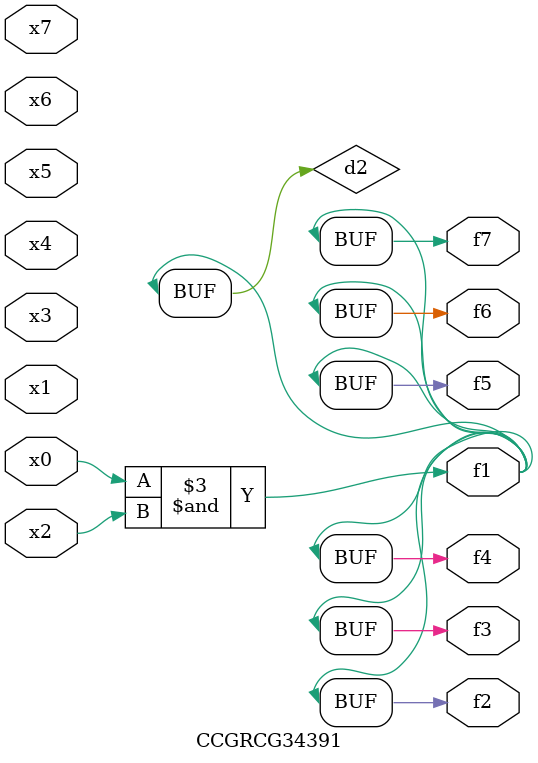
<source format=v>
module CCGRCG34391(
	input x0, x1, x2, x3, x4, x5, x6, x7,
	output f1, f2, f3, f4, f5, f6, f7
);

	wire d1, d2;

	nor (d1, x3, x6);
	and (d2, x0, x2);
	assign f1 = d2;
	assign f2 = d2;
	assign f3 = d2;
	assign f4 = d2;
	assign f5 = d2;
	assign f6 = d2;
	assign f7 = d2;
endmodule

</source>
